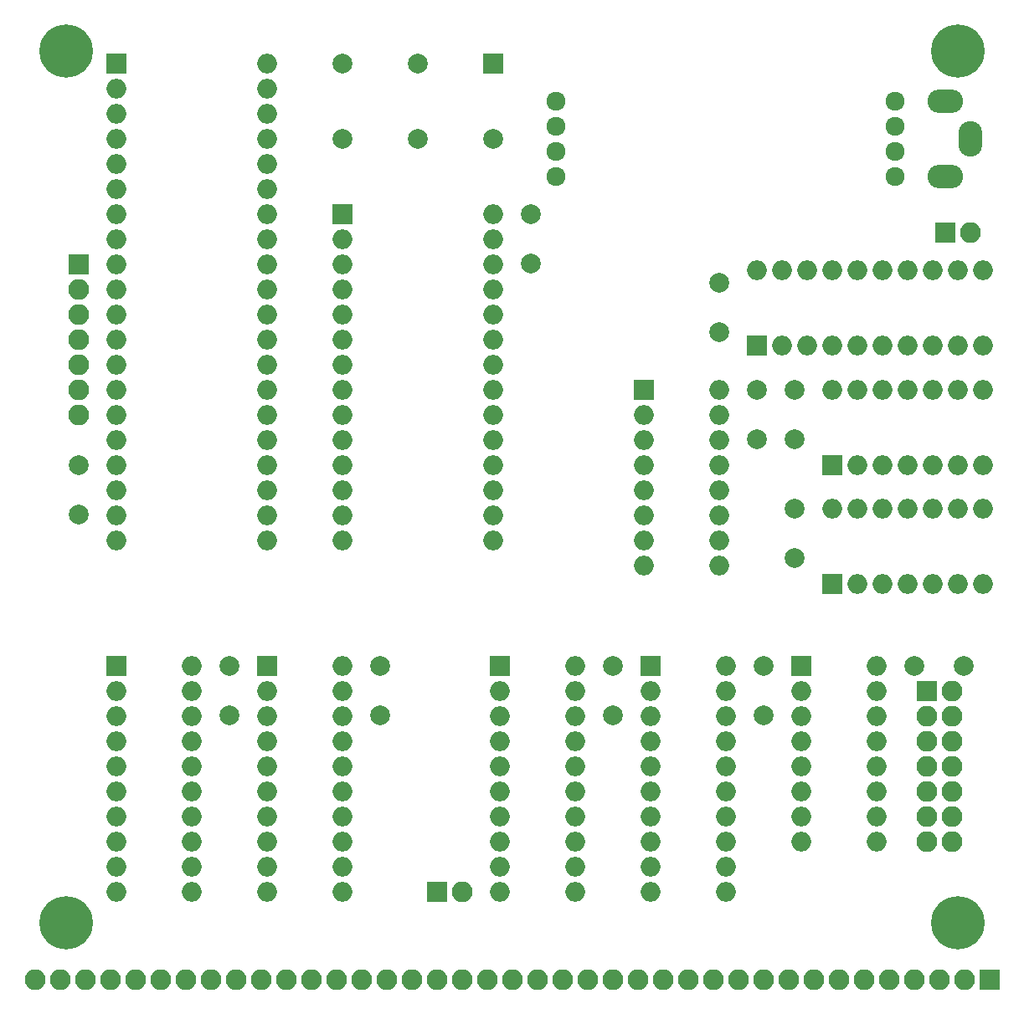
<source format=gts>
G04 #@! TF.FileFunction,Soldermask,Top*
%FSLAX46Y46*%
G04 Gerber Fmt 4.6, Leading zero omitted, Abs format (unit mm)*
G04 Created by KiCad (PCBNEW 4.0.7) date 12/30/18 21:16:11*
%MOMM*%
%LPD*%
G01*
G04 APERTURE LIST*
%ADD10C,0.100000*%
%ADD11C,2.000000*%
%ADD12R,2.100000X2.100000*%
%ADD13O,2.100000X2.100000*%
%ADD14C,5.400000*%
%ADD15O,3.597860X2.398980*%
%ADD16O,2.398980X3.597860*%
%ADD17R,2.000000X2.000000*%
%ADD18O,2.000000X2.000000*%
%ADD19C,1.924000*%
G04 APERTURE END LIST*
D10*
D11*
X58420000Y-90805000D03*
X58420000Y-95805000D03*
X104140000Y-65405000D03*
X104140000Y-70405000D03*
X127635000Y-111125000D03*
X127635000Y-116125000D03*
X112395000Y-111125000D03*
X112395000Y-116125000D03*
X88900000Y-111125000D03*
X88900000Y-116125000D03*
X73660000Y-111125000D03*
X73660000Y-116125000D03*
X142875000Y-111125000D03*
X147875000Y-111125000D03*
X130810000Y-95250000D03*
X130810000Y-100250000D03*
X127000000Y-83185000D03*
X127000000Y-88185000D03*
X130810000Y-83185000D03*
X130810000Y-88185000D03*
D12*
X150495000Y-142875000D03*
D13*
X147955000Y-142875000D03*
X145415000Y-142875000D03*
X142875000Y-142875000D03*
X140335000Y-142875000D03*
X137795000Y-142875000D03*
X135255000Y-142875000D03*
X132715000Y-142875000D03*
X130175000Y-142875000D03*
X127635000Y-142875000D03*
X125095000Y-142875000D03*
X122555000Y-142875000D03*
X120015000Y-142875000D03*
X117475000Y-142875000D03*
X114935000Y-142875000D03*
X112395000Y-142875000D03*
X109855000Y-142875000D03*
X107315000Y-142875000D03*
X104775000Y-142875000D03*
X102235000Y-142875000D03*
X99695000Y-142875000D03*
X97155000Y-142875000D03*
X94615000Y-142875000D03*
X92075000Y-142875000D03*
X89535000Y-142875000D03*
X86995000Y-142875000D03*
X84455000Y-142875000D03*
X81915000Y-142875000D03*
X79375000Y-142875000D03*
X76835000Y-142875000D03*
X74295000Y-142875000D03*
X71755000Y-142875000D03*
X69215000Y-142875000D03*
X66675000Y-142875000D03*
X64135000Y-142875000D03*
X61595000Y-142875000D03*
X59055000Y-142875000D03*
X56515000Y-142875000D03*
X53975000Y-142875000D03*
D14*
X57150000Y-48895000D03*
X57150000Y-137160000D03*
X147320000Y-137160000D03*
X147320000Y-48895000D03*
D15*
X146050000Y-53975000D03*
D16*
X148590000Y-57785000D03*
D15*
X146050000Y-61595000D03*
D12*
X146050000Y-67310000D03*
D13*
X148590000Y-67310000D03*
D12*
X94615000Y-133985000D03*
D13*
X97155000Y-133985000D03*
D17*
X62230000Y-50165000D03*
D18*
X77470000Y-98425000D03*
X62230000Y-52705000D03*
X77470000Y-95885000D03*
X62230000Y-55245000D03*
X77470000Y-93345000D03*
X62230000Y-57785000D03*
X77470000Y-90805000D03*
X62230000Y-60325000D03*
X77470000Y-88265000D03*
X62230000Y-62865000D03*
X77470000Y-85725000D03*
X62230000Y-65405000D03*
X77470000Y-83185000D03*
X62230000Y-67945000D03*
X77470000Y-80645000D03*
X62230000Y-70485000D03*
X77470000Y-78105000D03*
X62230000Y-73025000D03*
X77470000Y-75565000D03*
X62230000Y-75565000D03*
X77470000Y-73025000D03*
X62230000Y-78105000D03*
X77470000Y-70485000D03*
X62230000Y-80645000D03*
X77470000Y-67945000D03*
X62230000Y-83185000D03*
X77470000Y-65405000D03*
X62230000Y-85725000D03*
X77470000Y-62865000D03*
X62230000Y-88265000D03*
X77470000Y-60325000D03*
X62230000Y-90805000D03*
X77470000Y-57785000D03*
X62230000Y-93345000D03*
X77470000Y-55245000D03*
X62230000Y-95885000D03*
X77470000Y-52705000D03*
X62230000Y-98425000D03*
X77470000Y-50165000D03*
D17*
X85090000Y-65405000D03*
D18*
X100330000Y-98425000D03*
X85090000Y-67945000D03*
X100330000Y-95885000D03*
X85090000Y-70485000D03*
X100330000Y-93345000D03*
X85090000Y-73025000D03*
X100330000Y-90805000D03*
X85090000Y-75565000D03*
X100330000Y-88265000D03*
X85090000Y-78105000D03*
X100330000Y-85725000D03*
X85090000Y-80645000D03*
X100330000Y-83185000D03*
X85090000Y-83185000D03*
X100330000Y-80645000D03*
X85090000Y-85725000D03*
X100330000Y-78105000D03*
X85090000Y-88265000D03*
X100330000Y-75565000D03*
X85090000Y-90805000D03*
X100330000Y-73025000D03*
X85090000Y-93345000D03*
X100330000Y-70485000D03*
X85090000Y-95885000D03*
X100330000Y-67945000D03*
X85090000Y-98425000D03*
X100330000Y-65405000D03*
D17*
X131445000Y-111125000D03*
D18*
X139065000Y-128905000D03*
X131445000Y-113665000D03*
X139065000Y-126365000D03*
X131445000Y-116205000D03*
X139065000Y-123825000D03*
X131445000Y-118745000D03*
X139065000Y-121285000D03*
X131445000Y-121285000D03*
X139065000Y-118745000D03*
X131445000Y-123825000D03*
X139065000Y-116205000D03*
X131445000Y-126365000D03*
X139065000Y-113665000D03*
X131445000Y-128905000D03*
X139065000Y-111125000D03*
D12*
X58420000Y-70485000D03*
D13*
X58420000Y-73025000D03*
X58420000Y-75565000D03*
X58420000Y-78105000D03*
X58420000Y-80645000D03*
X58420000Y-83185000D03*
X58420000Y-85725000D03*
D11*
X123190000Y-72390000D03*
X123190000Y-77390000D03*
D17*
X134620000Y-102870000D03*
D18*
X149860000Y-95250000D03*
X137160000Y-102870000D03*
X147320000Y-95250000D03*
X139700000Y-102870000D03*
X144780000Y-95250000D03*
X142240000Y-102870000D03*
X142240000Y-95250000D03*
X144780000Y-102870000D03*
X139700000Y-95250000D03*
X147320000Y-102870000D03*
X137160000Y-95250000D03*
X149860000Y-102870000D03*
X134620000Y-95250000D03*
D17*
X115570000Y-83185000D03*
D18*
X123190000Y-100965000D03*
X115570000Y-85725000D03*
X123190000Y-98425000D03*
X115570000Y-88265000D03*
X123190000Y-95885000D03*
X115570000Y-90805000D03*
X123190000Y-93345000D03*
X115570000Y-93345000D03*
X123190000Y-90805000D03*
X115570000Y-95885000D03*
X123190000Y-88265000D03*
X115570000Y-98425000D03*
X123190000Y-85725000D03*
X115570000Y-100965000D03*
X123190000Y-83185000D03*
D17*
X134620000Y-90805000D03*
D18*
X149860000Y-83185000D03*
X137160000Y-90805000D03*
X147320000Y-83185000D03*
X139700000Y-90805000D03*
X144780000Y-83185000D03*
X142240000Y-90805000D03*
X142240000Y-83185000D03*
X144780000Y-90805000D03*
X139700000Y-83185000D03*
X147320000Y-90805000D03*
X137160000Y-83185000D03*
X149860000Y-90805000D03*
X134620000Y-83185000D03*
D17*
X127000000Y-78740000D03*
D18*
X149860000Y-71120000D03*
X129540000Y-78740000D03*
X147320000Y-71120000D03*
X132080000Y-78740000D03*
X144780000Y-71120000D03*
X134620000Y-78740000D03*
X142240000Y-71120000D03*
X137160000Y-78740000D03*
X139700000Y-71120000D03*
X139700000Y-78740000D03*
X137160000Y-71120000D03*
X142240000Y-78740000D03*
X134620000Y-71120000D03*
X144780000Y-78740000D03*
X132080000Y-71120000D03*
X147320000Y-78740000D03*
X129540000Y-71120000D03*
X149860000Y-78740000D03*
X127000000Y-71120000D03*
D11*
X92710000Y-50165000D03*
X92710000Y-57785000D03*
D17*
X100330000Y-50165000D03*
D11*
X100330000Y-57785000D03*
X85090000Y-57785000D03*
X85090000Y-50165000D03*
D19*
X106680000Y-53975000D03*
X106680000Y-56515000D03*
X106680000Y-59055000D03*
X106680000Y-61595000D03*
X140970000Y-53975000D03*
X140970000Y-56515000D03*
X140970000Y-59055000D03*
X140970000Y-61595000D03*
D12*
X144145000Y-113665000D03*
D13*
X146685000Y-113665000D03*
X144145000Y-116205000D03*
X146685000Y-116205000D03*
X144145000Y-118745000D03*
X146685000Y-118745000D03*
X144145000Y-121285000D03*
X146685000Y-121285000D03*
X144145000Y-123825000D03*
X146685000Y-123825000D03*
X144145000Y-126365000D03*
X146685000Y-126365000D03*
X144145000Y-128905000D03*
X146685000Y-128905000D03*
D17*
X116205000Y-111125000D03*
D18*
X123825000Y-133985000D03*
X116205000Y-113665000D03*
X123825000Y-131445000D03*
X116205000Y-116205000D03*
X123825000Y-128905000D03*
X116205000Y-118745000D03*
X123825000Y-126365000D03*
X116205000Y-121285000D03*
X123825000Y-123825000D03*
X116205000Y-123825000D03*
X123825000Y-121285000D03*
X116205000Y-126365000D03*
X123825000Y-118745000D03*
X116205000Y-128905000D03*
X123825000Y-116205000D03*
X116205000Y-131445000D03*
X123825000Y-113665000D03*
X116205000Y-133985000D03*
X123825000Y-111125000D03*
D17*
X100965000Y-111125000D03*
D18*
X108585000Y-133985000D03*
X100965000Y-113665000D03*
X108585000Y-131445000D03*
X100965000Y-116205000D03*
X108585000Y-128905000D03*
X100965000Y-118745000D03*
X108585000Y-126365000D03*
X100965000Y-121285000D03*
X108585000Y-123825000D03*
X100965000Y-123825000D03*
X108585000Y-121285000D03*
X100965000Y-126365000D03*
X108585000Y-118745000D03*
X100965000Y-128905000D03*
X108585000Y-116205000D03*
X100965000Y-131445000D03*
X108585000Y-113665000D03*
X100965000Y-133985000D03*
X108585000Y-111125000D03*
D17*
X77470000Y-111125000D03*
D18*
X85090000Y-133985000D03*
X77470000Y-113665000D03*
X85090000Y-131445000D03*
X77470000Y-116205000D03*
X85090000Y-128905000D03*
X77470000Y-118745000D03*
X85090000Y-126365000D03*
X77470000Y-121285000D03*
X85090000Y-123825000D03*
X77470000Y-123825000D03*
X85090000Y-121285000D03*
X77470000Y-126365000D03*
X85090000Y-118745000D03*
X77470000Y-128905000D03*
X85090000Y-116205000D03*
X77470000Y-131445000D03*
X85090000Y-113665000D03*
X77470000Y-133985000D03*
X85090000Y-111125000D03*
D17*
X62230000Y-111125000D03*
D18*
X69850000Y-133985000D03*
X62230000Y-113665000D03*
X69850000Y-131445000D03*
X62230000Y-116205000D03*
X69850000Y-128905000D03*
X62230000Y-118745000D03*
X69850000Y-126365000D03*
X62230000Y-121285000D03*
X69850000Y-123825000D03*
X62230000Y-123825000D03*
X69850000Y-121285000D03*
X62230000Y-126365000D03*
X69850000Y-118745000D03*
X62230000Y-128905000D03*
X69850000Y-116205000D03*
X62230000Y-131445000D03*
X69850000Y-113665000D03*
X62230000Y-133985000D03*
X69850000Y-111125000D03*
M02*

</source>
